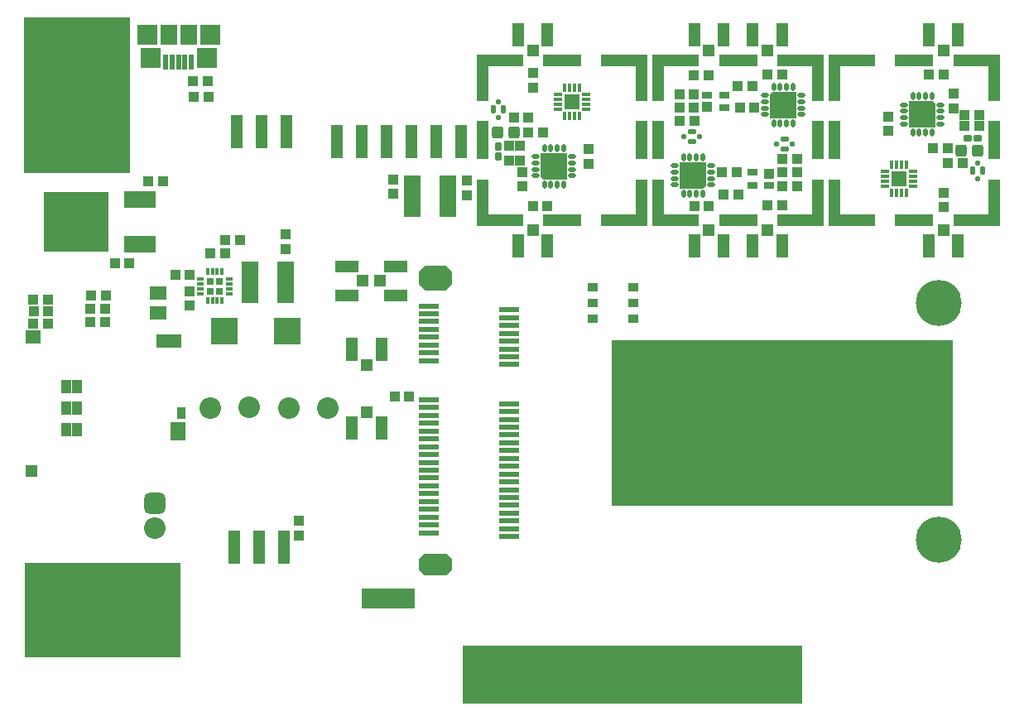
<source format=gts>
G04*
G04 #@! TF.GenerationSoftware,Altium Limited,Altium Designer,19.1.9 (167)*
G04*
G04 Layer_Color=8388736*
%FSLAX24Y24*%
%MOIN*%
G70*
G01*
G75*
%ADD31R,0.0315X0.0315*%
%ADD72R,0.4252X0.6299*%
%ADD73R,0.6309X0.3829*%
%ADD74R,0.0315X0.0315*%
%ADD75R,0.2165X0.0787*%
%ADD76R,1.3701X0.2352*%
%ADD77R,1.3780X0.6693*%
G04:AMPARAMS|DCode=78|XSize=63mil|YSize=63mil|CornerRadius=4.9mil|HoleSize=0mil|Usage=FLASHONLY|Rotation=270.000|XOffset=0mil|YOffset=0mil|HoleType=Round|Shape=RoundedRectangle|*
%AMROUNDEDRECTD78*
21,1,0.0630,0.0531,0,0,270.0*
21,1,0.0531,0.0630,0,0,270.0*
1,1,0.0098,-0.0266,-0.0266*
1,1,0.0098,-0.0266,0.0266*
1,1,0.0098,0.0266,0.0266*
1,1,0.0098,0.0266,-0.0266*
%
%ADD78ROUNDEDRECTD78*%
G04:AMPARAMS|DCode=79|XSize=15.7mil|YSize=35.4mil|CornerRadius=4.9mil|HoleSize=0mil|Usage=FLASHONLY|Rotation=270.000|XOffset=0mil|YOffset=0mil|HoleType=Round|Shape=RoundedRectangle|*
%AMROUNDEDRECTD79*
21,1,0.0157,0.0256,0,0,270.0*
21,1,0.0059,0.0354,0,0,270.0*
1,1,0.0098,-0.0128,-0.0030*
1,1,0.0098,-0.0128,0.0030*
1,1,0.0098,0.0128,0.0030*
1,1,0.0098,0.0128,-0.0030*
%
%ADD79ROUNDEDRECTD79*%
G04:AMPARAMS|DCode=80|XSize=15.7mil|YSize=35.4mil|CornerRadius=4.9mil|HoleSize=0mil|Usage=FLASHONLY|Rotation=0.000|XOffset=0mil|YOffset=0mil|HoleType=Round|Shape=RoundedRectangle|*
%AMROUNDEDRECTD80*
21,1,0.0157,0.0256,0,0,0.0*
21,1,0.0059,0.0354,0,0,0.0*
1,1,0.0098,0.0030,-0.0128*
1,1,0.0098,-0.0030,-0.0128*
1,1,0.0098,-0.0030,0.0128*
1,1,0.0098,0.0030,0.0128*
%
%ADD80ROUNDEDRECTD80*%
G04:AMPARAMS|DCode=81|XSize=47.4mil|YSize=43.4mil|CornerRadius=8.4mil|HoleSize=0mil|Usage=FLASHONLY|Rotation=90.000|XOffset=0mil|YOffset=0mil|HoleType=Round|Shape=RoundedRectangle|*
%AMROUNDEDRECTD81*
21,1,0.0474,0.0266,0,0,90.0*
21,1,0.0305,0.0434,0,0,90.0*
1,1,0.0169,0.0133,0.0153*
1,1,0.0169,0.0133,-0.0153*
1,1,0.0169,-0.0133,-0.0153*
1,1,0.0169,-0.0133,0.0153*
%
%ADD81ROUNDEDRECTD81*%
G04:AMPARAMS|DCode=82|XSize=27.7mil|YSize=31.6mil|CornerRadius=6mil|HoleSize=0mil|Usage=FLASHONLY|Rotation=180.000|XOffset=0mil|YOffset=0mil|HoleType=Round|Shape=RoundedRectangle|*
%AMROUNDEDRECTD82*
21,1,0.0277,0.0197,0,0,180.0*
21,1,0.0157,0.0316,0,0,180.0*
1,1,0.0119,-0.0079,0.0098*
1,1,0.0119,0.0079,0.0098*
1,1,0.0119,0.0079,-0.0098*
1,1,0.0119,-0.0079,-0.0098*
%
%ADD82ROUNDEDRECTD82*%
%ADD83R,0.0395X0.0395*%
G04:AMPARAMS|DCode=84|XSize=27.7mil|YSize=31.6mil|CornerRadius=6mil|HoleSize=0mil|Usage=FLASHONLY|Rotation=90.000|XOffset=0mil|YOffset=0mil|HoleType=Round|Shape=RoundedRectangle|*
%AMROUNDEDRECTD84*
21,1,0.0277,0.0197,0,0,90.0*
21,1,0.0157,0.0316,0,0,90.0*
1,1,0.0119,0.0098,0.0079*
1,1,0.0119,0.0098,-0.0079*
1,1,0.0119,-0.0098,-0.0079*
1,1,0.0119,-0.0098,0.0079*
%
%ADD84ROUNDEDRECTD84*%
%ADD85R,0.0395X0.0395*%
%ADD86O,0.0276X0.0157*%
%ADD87O,0.0157X0.0276*%
%ADD88R,0.0680X0.0580*%
%ADD89R,0.0671X0.1655*%
%ADD90R,0.0356X0.1734*%
%ADD91R,0.0356X0.1340*%
%ADD92O,0.0316X0.0218*%
%ADD93O,0.0218X0.0316*%
%ADD94R,0.0216X0.0609*%
%ADD95R,0.0827X0.0236*%
%ADD96R,0.0474X0.1340*%
%ADD97R,0.1261X0.0710*%
%ADD98R,0.2639X0.2442*%
%ADD99R,0.0946X0.0513*%
%ADD100R,0.0493X0.0474*%
%ADD101R,0.0671X0.0828*%
%ADD102R,0.0828X0.0828*%
%ADD103R,0.0474X0.1871*%
%ADD104R,0.1576X0.0474*%
%ADD105R,0.1871X0.0474*%
%ADD106R,0.0474X0.1576*%
%ADD107R,0.0395X0.0356*%
%ADD108R,0.0395X0.0552*%
%ADD109R,0.0631X0.0552*%
%ADD110R,0.1005X0.0552*%
%ADD111R,0.0336X0.0474*%
%ADD112R,0.0513X0.0474*%
%ADD113R,0.0592X0.0769*%
%ADD114R,0.0513X0.0946*%
%ADD115R,0.0474X0.0493*%
%ADD116R,0.1104X0.1104*%
%ADD117R,0.0395X0.0316*%
%ADD118R,0.0395X0.0434*%
G04:AMPARAMS|DCode=119|XSize=35.4mil|YSize=19.7mil|CornerRadius=5.9mil|HoleSize=0mil|Usage=FLASHONLY|Rotation=270.000|XOffset=0mil|YOffset=0mil|HoleType=Round|Shape=RoundedRectangle|*
%AMROUNDEDRECTD119*
21,1,0.0354,0.0079,0,0,270.0*
21,1,0.0236,0.0197,0,0,270.0*
1,1,0.0118,-0.0039,-0.0118*
1,1,0.0118,-0.0039,0.0118*
1,1,0.0118,0.0039,0.0118*
1,1,0.0118,0.0039,-0.0118*
%
%ADD119ROUNDEDRECTD119*%
G04:AMPARAMS|DCode=120|XSize=19.7mil|YSize=19.7mil|CornerRadius=5.9mil|HoleSize=0mil|Usage=FLASHONLY|Rotation=90.000|XOffset=0mil|YOffset=0mil|HoleType=Round|Shape=RoundedRectangle|*
%AMROUNDEDRECTD120*
21,1,0.0197,0.0079,0,0,90.0*
21,1,0.0079,0.0197,0,0,90.0*
1,1,0.0118,0.0039,0.0039*
1,1,0.0118,0.0039,-0.0039*
1,1,0.0118,-0.0039,-0.0039*
1,1,0.0118,-0.0039,0.0039*
%
%ADD120ROUNDEDRECTD120*%
G04:AMPARAMS|DCode=121|XSize=35.4mil|YSize=19.7mil|CornerRadius=5.9mil|HoleSize=0mil|Usage=FLASHONLY|Rotation=0.000|XOffset=0mil|YOffset=0mil|HoleType=Round|Shape=RoundedRectangle|*
%AMROUNDEDRECTD121*
21,1,0.0354,0.0079,0,0,0.0*
21,1,0.0236,0.0197,0,0,0.0*
1,1,0.0118,0.0118,-0.0039*
1,1,0.0118,-0.0118,-0.0039*
1,1,0.0118,-0.0118,0.0039*
1,1,0.0118,0.0118,0.0039*
%
%ADD121ROUNDEDRECTD121*%
G04:AMPARAMS|DCode=122|XSize=19.7mil|YSize=19.7mil|CornerRadius=5.9mil|HoleSize=0mil|Usage=FLASHONLY|Rotation=180.000|XOffset=0mil|YOffset=0mil|HoleType=Round|Shape=RoundedRectangle|*
%AMROUNDEDRECTD122*
21,1,0.0197,0.0079,0,0,180.0*
21,1,0.0079,0.0197,0,0,180.0*
1,1,0.0118,-0.0039,0.0039*
1,1,0.0118,0.0039,0.0039*
1,1,0.0118,0.0039,-0.0039*
1,1,0.0118,-0.0039,-0.0039*
%
%ADD122ROUNDEDRECTD122*%
G04:AMPARAMS|DCode=123|XSize=98.6mil|YSize=134mil|CornerRadius=0mil|HoleSize=0mil|Usage=FLASHONLY|Rotation=270.000|XOffset=0mil|YOffset=0mil|HoleType=Round|Shape=Octagon|*
%AMOCTAGOND123*
4,1,8,0.0670,0.0246,0.0670,-0.0246,0.0424,-0.0493,-0.0424,-0.0493,-0.0670,-0.0246,-0.0670,0.0246,-0.0424,0.0493,0.0424,0.0493,0.0670,0.0246,0.0*
%
%ADD123OCTAGOND123*%

G04:AMPARAMS|DCode=124|XSize=86.7mil|YSize=134mil|CornerRadius=0mil|HoleSize=0mil|Usage=FLASHONLY|Rotation=270.000|XOffset=0mil|YOffset=0mil|HoleType=Round|Shape=Octagon|*
%AMOCTAGOND124*
4,1,8,0.0670,0.0217,0.0670,-0.0217,0.0453,-0.0434,-0.0453,-0.0434,-0.0670,-0.0217,-0.0670,0.0217,-0.0453,0.0434,0.0453,0.0434,0.0670,0.0217,0.0*
%
%ADD124OCTAGOND124*%

G04:AMPARAMS|DCode=125|XSize=86.7mil|YSize=86.7mil|CornerRadius=23.7mil|HoleSize=0mil|Usage=FLASHONLY|Rotation=270.000|XOffset=0mil|YOffset=0mil|HoleType=Round|Shape=RoundedRectangle|*
%AMROUNDEDRECTD125*
21,1,0.0867,0.0394,0,0,270.0*
21,1,0.0394,0.0867,0,0,270.0*
1,1,0.0474,-0.0197,-0.0197*
1,1,0.0474,-0.0197,0.0197*
1,1,0.0474,0.0197,0.0197*
1,1,0.0474,0.0197,-0.0197*
%
%ADD125ROUNDEDRECTD125*%
%ADD126C,0.0867*%
%ADD127C,0.2049*%
%ADD128C,0.1852*%
G36*
X33661Y32835D02*
X32717D01*
X32598Y32953D01*
Y33898D01*
X33661D01*
Y32835D01*
D02*
G37*
G36*
X39262Y33524D02*
Y32579D01*
X39144Y32461D01*
X38199D01*
Y33524D01*
X39262D01*
D02*
G37*
G36*
X41841Y35295D02*
Y36240D01*
X41959Y36358D01*
X42904D01*
Y35295D01*
X41841D01*
D02*
G37*
G36*
X47441Y35984D02*
X48386D01*
X48504Y35866D01*
Y34921D01*
X47441D01*
Y35984D01*
D02*
G37*
G54D31*
X19675Y28730D02*
D03*
X19282Y28337D02*
D03*
G54D72*
X13937Y36220D02*
D03*
G54D73*
X14966Y15497D02*
D03*
G54D74*
X19282Y28730D02*
D03*
X19675Y28337D02*
D03*
G54D75*
X26476Y15945D02*
D03*
G54D76*
X36280Y12889D02*
D03*
G54D77*
X42323Y23031D02*
D03*
G54D78*
X33858Y35955D02*
D03*
X47028Y32864D02*
D03*
G54D79*
X34419Y36250D02*
D03*
Y36053D02*
D03*
Y35856D02*
D03*
Y35659D02*
D03*
X33297D02*
D03*
Y35856D02*
D03*
Y36053D02*
D03*
Y36250D02*
D03*
X46467Y32569D02*
D03*
Y32766D02*
D03*
Y32963D02*
D03*
Y33159D02*
D03*
X47589D02*
D03*
Y32963D02*
D03*
Y32766D02*
D03*
Y32569D02*
D03*
G54D80*
X34154Y35394D02*
D03*
X33957D02*
D03*
X33760D02*
D03*
X33563D02*
D03*
Y36516D02*
D03*
X33760D02*
D03*
X33957D02*
D03*
X34154D02*
D03*
X46732Y33425D02*
D03*
X46929D02*
D03*
X47126D02*
D03*
X47323D02*
D03*
Y32303D02*
D03*
X47126D02*
D03*
X46929D02*
D03*
X46732D02*
D03*
G54D81*
X31521Y34715D02*
D03*
X30851D02*
D03*
X49536Y34001D02*
D03*
X50206D02*
D03*
G54D82*
X30879Y34159D02*
D03*
Y33766D02*
D03*
G54D83*
X31339Y34179D02*
D03*
Y33589D02*
D03*
X18465Y27746D02*
D03*
Y28337D02*
D03*
X22874Y19075D02*
D03*
Y18484D02*
D03*
X26673Y32835D02*
D03*
Y32244D02*
D03*
X34528Y33455D02*
D03*
Y34045D02*
D03*
X46585Y35364D02*
D03*
Y34774D02*
D03*
X22323Y30620D02*
D03*
Y30030D02*
D03*
X29615Y32781D02*
D03*
Y32190D02*
D03*
X48819Y32303D02*
D03*
Y31713D02*
D03*
X32283Y36516D02*
D03*
Y37106D02*
D03*
X31764Y33589D02*
D03*
Y34179D02*
D03*
X49232Y35689D02*
D03*
Y36280D02*
D03*
X31870Y33130D02*
D03*
Y32539D02*
D03*
G54D84*
X50197Y34498D02*
D03*
X49803D02*
D03*
G54D85*
X12185Y27520D02*
D03*
X12776D02*
D03*
X18622Y36171D02*
D03*
X19213D02*
D03*
X16793Y32756D02*
D03*
X17383D02*
D03*
X15453Y29449D02*
D03*
X16043D02*
D03*
X27303Y24094D02*
D03*
X26713D02*
D03*
X12761Y27992D02*
D03*
X12170D02*
D03*
X12175Y27018D02*
D03*
X12766D02*
D03*
X32874Y31752D02*
D03*
X32283D02*
D03*
X39970Y32224D02*
D03*
X40561D02*
D03*
X38780Y31752D02*
D03*
X39370D02*
D03*
X48228Y37067D02*
D03*
X48819D02*
D03*
X41132Y36594D02*
D03*
X40541D02*
D03*
X42323Y37067D02*
D03*
X41732D02*
D03*
X38179Y36260D02*
D03*
X38770D02*
D03*
X42923Y32559D02*
D03*
X42333D02*
D03*
X49582Y33494D02*
D03*
X48991D02*
D03*
X31521Y35325D02*
D03*
X32111D02*
D03*
X20490Y30404D02*
D03*
X19900D02*
D03*
X19291Y29852D02*
D03*
X19882D02*
D03*
X18612Y36791D02*
D03*
X19203D02*
D03*
X18475Y28986D02*
D03*
X17885D02*
D03*
X15069Y27096D02*
D03*
X14478D02*
D03*
X15069Y27614D02*
D03*
X14478D02*
D03*
X15081Y28140D02*
D03*
X14490D02*
D03*
X38770Y37028D02*
D03*
X39360D02*
D03*
X42333Y31791D02*
D03*
X41742D02*
D03*
X38780Y35172D02*
D03*
X38189D02*
D03*
X42323Y33647D02*
D03*
X42913D02*
D03*
X38770Y35709D02*
D03*
X38179D02*
D03*
X42333Y33110D02*
D03*
X42923D02*
D03*
X49661Y34991D02*
D03*
X50252D02*
D03*
X49661Y35424D02*
D03*
X50252D02*
D03*
X48401Y34104D02*
D03*
X48991D02*
D03*
X32702Y34715D02*
D03*
X32111D02*
D03*
X41211Y35707D02*
D03*
X40620D02*
D03*
X39892Y33112D02*
D03*
X40482D02*
D03*
G54D86*
X20059Y28238D02*
D03*
Y28435D02*
D03*
Y28632D02*
D03*
Y28829D02*
D03*
X18898D02*
D03*
Y28632D02*
D03*
Y28435D02*
D03*
Y28238D02*
D03*
G54D87*
X19774Y29114D02*
D03*
X19577D02*
D03*
X19380D02*
D03*
X19183D02*
D03*
Y27953D02*
D03*
X19380D02*
D03*
X19577D02*
D03*
X19774D02*
D03*
G54D88*
X17205Y28258D02*
D03*
Y27465D02*
D03*
G54D89*
X28848Y32146D02*
D03*
X27431D02*
D03*
X22323Y28681D02*
D03*
X20906D02*
D03*
G54D90*
X34902Y13189D02*
D03*
X36083D02*
D03*
X36476D02*
D03*
X35689D02*
D03*
X37264D02*
D03*
X35295D02*
D03*
X33720D02*
D03*
X33327D02*
D03*
X32146D02*
D03*
X31358D02*
D03*
X30965D02*
D03*
X32539D02*
D03*
X30571D02*
D03*
X31752D02*
D03*
X32933D02*
D03*
X30177D02*
D03*
X29783D02*
D03*
X42776D02*
D03*
X38445D02*
D03*
X38051D02*
D03*
X37657D02*
D03*
X39232D02*
D03*
X41988D02*
D03*
X41201D02*
D03*
X40413D02*
D03*
X39626D02*
D03*
X41594D02*
D03*
X38839D02*
D03*
X40020D02*
D03*
X40807D02*
D03*
G54D91*
X36870Y13386D02*
D03*
X42382D02*
D03*
G54D92*
X41644Y36211D02*
D03*
Y35955D02*
D03*
Y35699D02*
D03*
Y35443D02*
D03*
X43100D02*
D03*
Y35699D02*
D03*
Y35955D02*
D03*
Y36211D02*
D03*
X38002Y32608D02*
D03*
Y32864D02*
D03*
Y33120D02*
D03*
Y33376D02*
D03*
X39459D02*
D03*
Y33120D02*
D03*
Y32864D02*
D03*
Y32608D02*
D03*
X48701Y35837D02*
D03*
Y35581D02*
D03*
Y35325D02*
D03*
Y35069D02*
D03*
X47244D02*
D03*
Y35325D02*
D03*
Y35581D02*
D03*
Y35837D02*
D03*
X32402Y32982D02*
D03*
Y33238D02*
D03*
Y33494D02*
D03*
Y33750D02*
D03*
X33858D02*
D03*
Y33494D02*
D03*
Y33238D02*
D03*
Y32982D02*
D03*
G54D93*
X41988Y35098D02*
D03*
X42244D02*
D03*
X42500D02*
D03*
X42756D02*
D03*
Y36555D02*
D03*
X42500D02*
D03*
X42244D02*
D03*
X41988D02*
D03*
X39114Y32264D02*
D03*
X38858D02*
D03*
X38602D02*
D03*
X38346D02*
D03*
Y33720D02*
D03*
X38602D02*
D03*
X38858D02*
D03*
X39114D02*
D03*
X48356Y34724D02*
D03*
X48100D02*
D03*
X47844D02*
D03*
X47589D02*
D03*
Y36181D02*
D03*
X47844D02*
D03*
X48100D02*
D03*
X48356D02*
D03*
X32746Y34094D02*
D03*
X33002D02*
D03*
X33258D02*
D03*
X33514D02*
D03*
Y32638D02*
D03*
X33258D02*
D03*
X33002D02*
D03*
X32746D02*
D03*
G54D94*
X18022Y37569D02*
D03*
X18278D02*
D03*
X18533D02*
D03*
X17766D02*
D03*
X17510D02*
D03*
G54D95*
X28110Y21437D02*
D03*
Y21752D02*
D03*
Y18917D02*
D03*
Y19232D02*
D03*
Y20177D02*
D03*
Y20492D02*
D03*
Y23957D02*
D03*
Y23642D02*
D03*
Y23327D02*
D03*
Y23012D02*
D03*
Y22697D02*
D03*
Y22382D02*
D03*
Y22067D02*
D03*
Y21122D02*
D03*
Y20807D02*
D03*
Y19862D02*
D03*
Y19547D02*
D03*
Y18602D02*
D03*
X31339Y18445D02*
D03*
Y18760D02*
D03*
Y19075D02*
D03*
Y19390D02*
D03*
Y19705D02*
D03*
Y20020D02*
D03*
Y20335D02*
D03*
Y20650D02*
D03*
Y20965D02*
D03*
Y21280D02*
D03*
Y21594D02*
D03*
Y21909D02*
D03*
Y22224D02*
D03*
Y22539D02*
D03*
Y22854D02*
D03*
Y23169D02*
D03*
Y23484D02*
D03*
Y23799D02*
D03*
Y25374D02*
D03*
Y25689D02*
D03*
Y26004D02*
D03*
Y26319D02*
D03*
Y26634D02*
D03*
Y26949D02*
D03*
Y27264D02*
D03*
Y27579D02*
D03*
X28110Y27736D02*
D03*
Y27421D02*
D03*
Y27106D02*
D03*
Y26791D02*
D03*
Y26476D02*
D03*
Y26161D02*
D03*
Y25846D02*
D03*
Y25531D02*
D03*
G54D96*
X20260Y18025D02*
D03*
X21260D02*
D03*
X22260D02*
D03*
X24390Y34341D02*
D03*
X25390D02*
D03*
X26390D02*
D03*
X28390D02*
D03*
X27390D02*
D03*
X29390D02*
D03*
X22378Y34754D02*
D03*
X21378D02*
D03*
X20378D02*
D03*
G54D97*
X16457Y32028D02*
D03*
Y30217D02*
D03*
G54D98*
X13898Y31122D02*
D03*
G54D99*
X26772Y29331D02*
D03*
Y28150D02*
D03*
X24803D02*
D03*
Y29331D02*
D03*
G54D100*
X26142Y28740D02*
D03*
X25433D02*
D03*
G54D101*
X18415Y38671D02*
D03*
X17628D02*
D03*
G54D102*
X19282D02*
D03*
X16762D02*
D03*
X16880Y37726D02*
D03*
X19163D02*
D03*
G54D103*
X36673Y31900D02*
D03*
X30256D02*
D03*
Y36919D02*
D03*
X36673D02*
D03*
X50846Y31900D02*
D03*
X44429D02*
D03*
Y36919D02*
D03*
X50846D02*
D03*
X43760Y31900D02*
D03*
X37343D02*
D03*
Y36919D02*
D03*
X43760D02*
D03*
G54D104*
X33465Y31201D02*
D03*
Y37618D02*
D03*
X47638Y31201D02*
D03*
Y37618D02*
D03*
X40551Y31201D02*
D03*
Y37618D02*
D03*
G54D105*
X35974Y31201D02*
D03*
X30955D02*
D03*
Y37618D02*
D03*
X35974D02*
D03*
X50148Y31201D02*
D03*
X45128D02*
D03*
Y37618D02*
D03*
X50148D02*
D03*
X43061Y31201D02*
D03*
X38041D02*
D03*
Y37618D02*
D03*
X43061D02*
D03*
G54D106*
X30256Y34409D02*
D03*
X36673D02*
D03*
X44429Y34409D02*
D03*
X50846D02*
D03*
X37343Y34409D02*
D03*
X43760D02*
D03*
G54D107*
X36339Y28484D02*
D03*
Y27854D02*
D03*
Y27224D02*
D03*
X34685Y27854D02*
D03*
Y27224D02*
D03*
Y28484D02*
D03*
G54D108*
X13504Y24484D02*
D03*
Y22760D02*
D03*
X13937Y23622D02*
D03*
Y22760D02*
D03*
Y24484D02*
D03*
X13504Y23622D02*
D03*
G54D109*
X12165Y26484D02*
D03*
G54D110*
X17628Y26327D02*
D03*
G54D111*
X18140Y23413D02*
D03*
G54D112*
X12106Y21091D02*
D03*
G54D113*
X18012Y22677D02*
D03*
G54D114*
X25000Y25984D02*
D03*
X26181D02*
D03*
Y22835D02*
D03*
X25000D02*
D03*
X48228Y30157D02*
D03*
X49409D02*
D03*
X32874Y38661D02*
D03*
X31693D02*
D03*
X39961Y38661D02*
D03*
X38780D02*
D03*
X41142Y30157D02*
D03*
X42323D02*
D03*
X49409Y38661D02*
D03*
X48228D02*
D03*
X31693Y30157D02*
D03*
X32874D02*
D03*
X42323Y38661D02*
D03*
X41142D02*
D03*
X38780Y30157D02*
D03*
X39961D02*
D03*
G54D115*
X25591Y25354D02*
D03*
Y23465D02*
D03*
X48819Y30787D02*
D03*
X32283Y38031D02*
D03*
X39370Y38031D02*
D03*
X41732Y30787D02*
D03*
X48819Y38031D02*
D03*
X32283Y30787D02*
D03*
X41732Y38031D02*
D03*
X39370Y30787D02*
D03*
G54D116*
X22382Y26713D02*
D03*
X19862D02*
D03*
G54D117*
X39980Y36220D02*
D03*
Y35709D02*
D03*
X39311Y36220D02*
D03*
X41122Y32598D02*
D03*
Y33110D02*
D03*
X41791Y32598D02*
D03*
G54D118*
X39311Y35748D02*
D03*
X41791Y33071D02*
D03*
G54D119*
X50394Y33179D02*
D03*
X50000D02*
D03*
X30709Y35640D02*
D03*
X31102D02*
D03*
G54D120*
X50197Y32864D02*
D03*
Y33494D02*
D03*
X30906Y35955D02*
D03*
Y35325D02*
D03*
G54D121*
X38686Y34756D02*
D03*
Y34363D02*
D03*
X42416Y34062D02*
D03*
Y34456D02*
D03*
G54D122*
X39001Y34560D02*
D03*
X38371D02*
D03*
X42101Y34259D02*
D03*
X42731D02*
D03*
G54D123*
X28346Y28858D02*
D03*
G54D124*
Y17323D02*
D03*
G54D125*
X17061Y19795D02*
D03*
G54D126*
Y18794D02*
D03*
X20866Y23642D02*
D03*
X22461Y23632D02*
D03*
X19291Y23622D02*
D03*
X24016D02*
D03*
G54D127*
X14764Y36713D02*
D03*
X14764Y34390D02*
D03*
Y15492D02*
D03*
G54D128*
X48642Y27854D02*
D03*
X48642Y18327D02*
D03*
M02*

</source>
